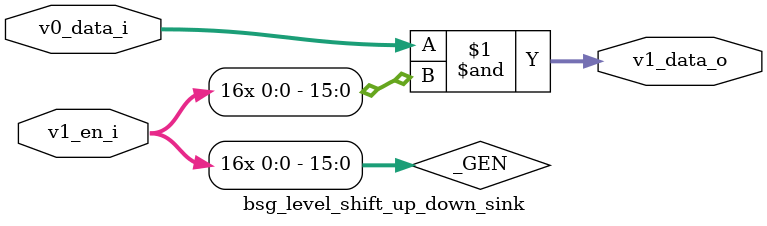
<source format=v>
module top(	// file.cleaned.mlir:2:3
  input  [15:0] v0_data_i,	// file.cleaned.mlir:2:21
  input         v1_en_i,	// file.cleaned.mlir:2:42
  output [15:0] v1_data_o	// file.cleaned.mlir:2:61
);

  bsg_level_shift_up_down_sink wrapper (	// file.cleaned.mlir:3:26
    .v0_data_i (v0_data_i),
    .v1_en_i   (v1_en_i),
    .v1_data_o (v1_data_o)
  );	// file.cleaned.mlir:3:26
endmodule

module bsg_level_shift_up_down_sink(	// file.cleaned.mlir:6:3
  input  [15:0] v0_data_i,	// file.cleaned.mlir:6:54
  input         v1_en_i,	// file.cleaned.mlir:6:75
  output [15:0] v1_data_o	// file.cleaned.mlir:6:94
);

  wire [15:0] _GEN;	// file.cleaned.mlir:8:10
  assign _GEN = {16{v1_en_i}};	// file.cleaned.mlir:8:10
  assign v1_data_o = v0_data_i & _GEN;	// file.cleaned.mlir:7:10, :8:10, :9:5
endmodule


</source>
